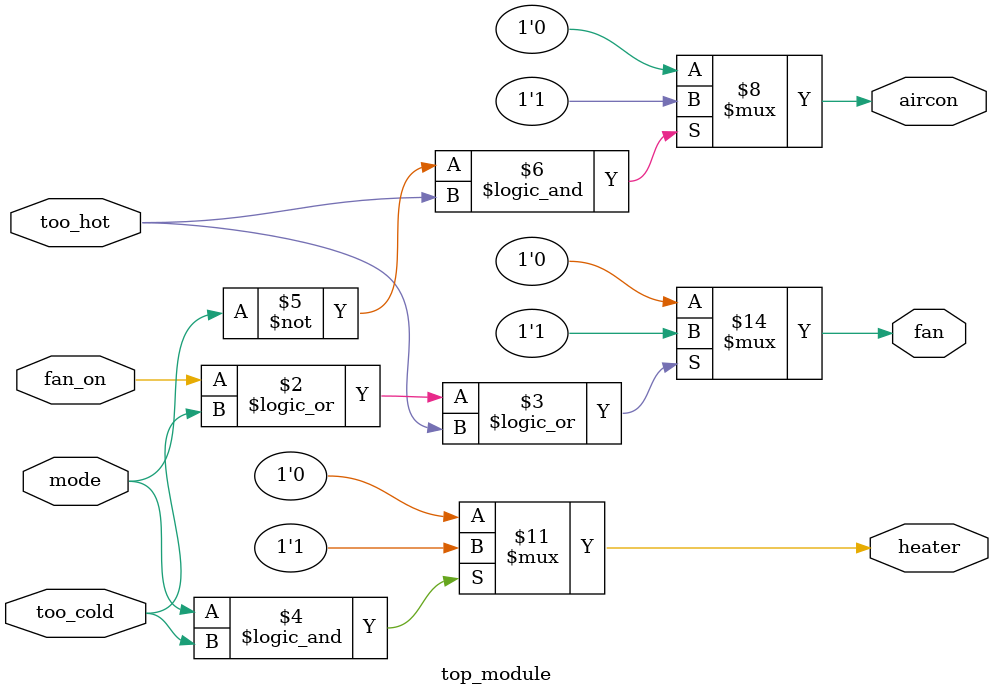
<source format=sv>
module top_module(
    input mode,
    input too_cold, 
    input too_hot,
    input fan_on,
    output reg heater,
    output reg aircon,
    output reg fan
);

    always @(*) begin
        // Default values to avoid latches
        heater = 0;
        aircon = 0;
        fan = 0;

        // Determine the state of the fan
        if (fan_on || too_cold || too_hot)
            fan = 1;

        // Determine the state of the heater
        if (mode && too_cold)
            heater = 1;

        // Determine the state of the air conditioner
        if (~mode && too_hot)
            aircon = 1;
    end
endmodule

</source>
